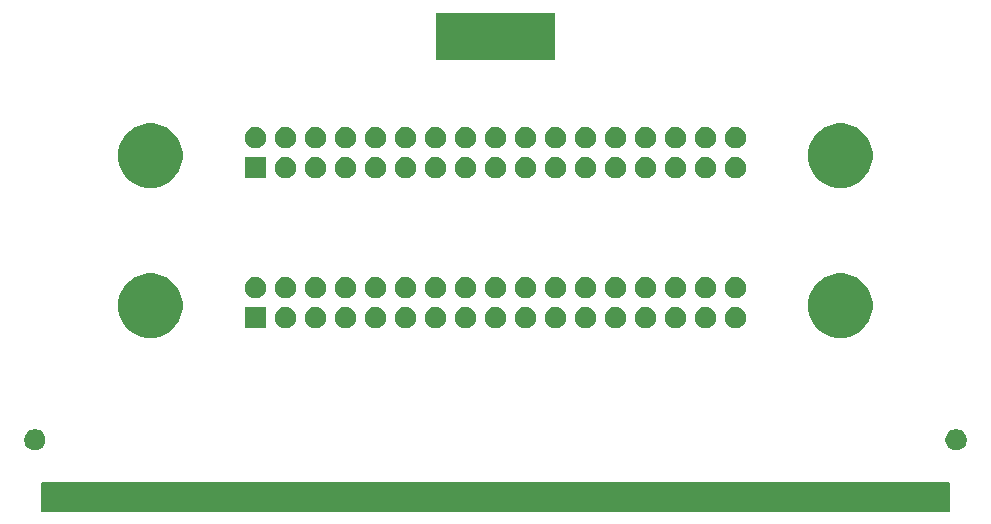
<source format=gbr>
G04 #@! TF.GenerationSoftware,KiCad,Pcbnew,5.1.5+dfsg1-2build2*
G04 #@! TF.CreationDate,2021-02-25T12:04:28+01:00*
G04 #@! TF.ProjectId,DIMMCartridgeConect,44494d4d-4361-4727-9472-69646765436f,rev?*
G04 #@! TF.SameCoordinates,Original*
G04 #@! TF.FileFunction,Soldermask,Top*
G04 #@! TF.FilePolarity,Negative*
%FSLAX46Y46*%
G04 Gerber Fmt 4.6, Leading zero omitted, Abs format (unit mm)*
G04 Created by KiCad (PCBNEW 5.1.5+dfsg1-2build2) date 2021-02-25 12:04:28*
%MOMM*%
%LPD*%
G04 APERTURE LIST*
%ADD10C,0.150000*%
%ADD11C,0.100000*%
G04 APERTURE END LIST*
D10*
G36*
X61600000Y-130740000D02*
G01*
X61600000Y-133040000D01*
X138400000Y-133040000D01*
X138400000Y-130740000D01*
X61600000Y-130740000D01*
G37*
X61600000Y-130740000D02*
X61600000Y-133040000D01*
X138400000Y-133040000D01*
X138400000Y-130740000D01*
X61600000Y-130740000D01*
D11*
G36*
X138000000Y-132540000D02*
G01*
X104000000Y-132540000D01*
X104000000Y-130740000D01*
X138000000Y-130740000D01*
X138000000Y-132540000D01*
G37*
G36*
X100800000Y-132540000D02*
G01*
X62000000Y-132540000D01*
X62000000Y-130740000D01*
X100800000Y-130740000D01*
X100800000Y-132540000D01*
G37*
G36*
X61262520Y-126174586D02*
G01*
X61426310Y-126242430D01*
X61573717Y-126340924D01*
X61699076Y-126466283D01*
X61797570Y-126613690D01*
X61865414Y-126777480D01*
X61900000Y-126951358D01*
X61900000Y-127128642D01*
X61865414Y-127302520D01*
X61797570Y-127466310D01*
X61699076Y-127613717D01*
X61573717Y-127739076D01*
X61426310Y-127837570D01*
X61426309Y-127837571D01*
X61426308Y-127837571D01*
X61262520Y-127905414D01*
X61088644Y-127940000D01*
X60911356Y-127940000D01*
X60737480Y-127905414D01*
X60573692Y-127837571D01*
X60573691Y-127837571D01*
X60573690Y-127837570D01*
X60426283Y-127739076D01*
X60300924Y-127613717D01*
X60202430Y-127466310D01*
X60134586Y-127302520D01*
X60100000Y-127128642D01*
X60100000Y-126951358D01*
X60134586Y-126777480D01*
X60202430Y-126613690D01*
X60300924Y-126466283D01*
X60426283Y-126340924D01*
X60573690Y-126242430D01*
X60737480Y-126174586D01*
X60911356Y-126140000D01*
X61088644Y-126140000D01*
X61262520Y-126174586D01*
G37*
G36*
X139262520Y-126174586D02*
G01*
X139426310Y-126242430D01*
X139573717Y-126340924D01*
X139699076Y-126466283D01*
X139797570Y-126613690D01*
X139865414Y-126777480D01*
X139900000Y-126951358D01*
X139900000Y-127128642D01*
X139865414Y-127302520D01*
X139797570Y-127466310D01*
X139699076Y-127613717D01*
X139573717Y-127739076D01*
X139426310Y-127837570D01*
X139426309Y-127837571D01*
X139426308Y-127837571D01*
X139262520Y-127905414D01*
X139088644Y-127940000D01*
X138911356Y-127940000D01*
X138737480Y-127905414D01*
X138573692Y-127837571D01*
X138573691Y-127837571D01*
X138573690Y-127837570D01*
X138426283Y-127739076D01*
X138300924Y-127613717D01*
X138202430Y-127466310D01*
X138134586Y-127302520D01*
X138100000Y-127128642D01*
X138100000Y-126951358D01*
X138134586Y-126777480D01*
X138202430Y-126613690D01*
X138300924Y-126466283D01*
X138426283Y-126340924D01*
X138573690Y-126242430D01*
X138737480Y-126174586D01*
X138911356Y-126140000D01*
X139088644Y-126140000D01*
X139262520Y-126174586D01*
G37*
G36*
X71586310Y-113054912D02*
G01*
X71586313Y-113054913D01*
X71586312Y-113054913D01*
X72083140Y-113260706D01*
X72530273Y-113559471D01*
X72910529Y-113939727D01*
X73116940Y-114248642D01*
X73209295Y-114386862D01*
X73415088Y-114883690D01*
X73520000Y-115411117D01*
X73520000Y-115948883D01*
X73415088Y-116476310D01*
X73415087Y-116476312D01*
X73209294Y-116973140D01*
X72910529Y-117420273D01*
X72530273Y-117800529D01*
X72083140Y-118099294D01*
X72083139Y-118099295D01*
X72083138Y-118099295D01*
X71586310Y-118305088D01*
X71058883Y-118410000D01*
X70521117Y-118410000D01*
X69993690Y-118305088D01*
X69496862Y-118099295D01*
X69496861Y-118099295D01*
X69496860Y-118099294D01*
X69049727Y-117800529D01*
X68669471Y-117420273D01*
X68370706Y-116973140D01*
X68164913Y-116476312D01*
X68164912Y-116476310D01*
X68060000Y-115948883D01*
X68060000Y-115411117D01*
X68164912Y-114883690D01*
X68370705Y-114386862D01*
X68463061Y-114248642D01*
X68669471Y-113939727D01*
X69049727Y-113559471D01*
X69496860Y-113260706D01*
X69993688Y-113054913D01*
X69993687Y-113054913D01*
X69993690Y-113054912D01*
X70521117Y-112950000D01*
X71058883Y-112950000D01*
X71586310Y-113054912D01*
G37*
G36*
X130006310Y-113054912D02*
G01*
X130006313Y-113054913D01*
X130006312Y-113054913D01*
X130503140Y-113260706D01*
X130950273Y-113559471D01*
X131330529Y-113939727D01*
X131536940Y-114248642D01*
X131629295Y-114386862D01*
X131835088Y-114883690D01*
X131940000Y-115411117D01*
X131940000Y-115948883D01*
X131835088Y-116476310D01*
X131835087Y-116476312D01*
X131629294Y-116973140D01*
X131330529Y-117420273D01*
X130950273Y-117800529D01*
X130503140Y-118099294D01*
X130503139Y-118099295D01*
X130503138Y-118099295D01*
X130006310Y-118305088D01*
X129478883Y-118410000D01*
X128941117Y-118410000D01*
X128413690Y-118305088D01*
X127916862Y-118099295D01*
X127916861Y-118099295D01*
X127916860Y-118099294D01*
X127469727Y-117800529D01*
X127089471Y-117420273D01*
X126790706Y-116973140D01*
X126584913Y-116476312D01*
X126584912Y-116476310D01*
X126480000Y-115948883D01*
X126480000Y-115411117D01*
X126584912Y-114883690D01*
X126790705Y-114386862D01*
X126883061Y-114248642D01*
X127089471Y-113939727D01*
X127469727Y-113559471D01*
X127916860Y-113260706D01*
X128413688Y-113054913D01*
X128413687Y-113054913D01*
X128413690Y-113054912D01*
X128941117Y-112950000D01*
X129478883Y-112950000D01*
X130006310Y-113054912D01*
G37*
G36*
X120582520Y-115834586D02*
G01*
X120746310Y-115902430D01*
X120893717Y-116000924D01*
X121019076Y-116126283D01*
X121117570Y-116273690D01*
X121185414Y-116437480D01*
X121220000Y-116611358D01*
X121220000Y-116788642D01*
X121185414Y-116962520D01*
X121117570Y-117126310D01*
X121019076Y-117273717D01*
X120893717Y-117399076D01*
X120746310Y-117497570D01*
X120746309Y-117497571D01*
X120746308Y-117497571D01*
X120582520Y-117565414D01*
X120408644Y-117600000D01*
X120231356Y-117600000D01*
X120057480Y-117565414D01*
X119893692Y-117497571D01*
X119893691Y-117497571D01*
X119893690Y-117497570D01*
X119746283Y-117399076D01*
X119620924Y-117273717D01*
X119522430Y-117126310D01*
X119454586Y-116962520D01*
X119420000Y-116788642D01*
X119420000Y-116611358D01*
X119454586Y-116437480D01*
X119522430Y-116273690D01*
X119620924Y-116126283D01*
X119746283Y-116000924D01*
X119893690Y-115902430D01*
X120057480Y-115834586D01*
X120231356Y-115800000D01*
X120408644Y-115800000D01*
X120582520Y-115834586D01*
G37*
G36*
X80580000Y-117600000D02*
G01*
X78780000Y-117600000D01*
X78780000Y-115800000D01*
X80580000Y-115800000D01*
X80580000Y-117600000D01*
G37*
G36*
X82482520Y-115834586D02*
G01*
X82646310Y-115902430D01*
X82793717Y-116000924D01*
X82919076Y-116126283D01*
X83017570Y-116273690D01*
X83085414Y-116437480D01*
X83120000Y-116611358D01*
X83120000Y-116788642D01*
X83085414Y-116962520D01*
X83017570Y-117126310D01*
X82919076Y-117273717D01*
X82793717Y-117399076D01*
X82646310Y-117497570D01*
X82646309Y-117497571D01*
X82646308Y-117497571D01*
X82482520Y-117565414D01*
X82308644Y-117600000D01*
X82131356Y-117600000D01*
X81957480Y-117565414D01*
X81793692Y-117497571D01*
X81793691Y-117497571D01*
X81793690Y-117497570D01*
X81646283Y-117399076D01*
X81520924Y-117273717D01*
X81422430Y-117126310D01*
X81354586Y-116962520D01*
X81320000Y-116788642D01*
X81320000Y-116611358D01*
X81354586Y-116437480D01*
X81422430Y-116273690D01*
X81520924Y-116126283D01*
X81646283Y-116000924D01*
X81793690Y-115902430D01*
X81957480Y-115834586D01*
X82131356Y-115800000D01*
X82308644Y-115800000D01*
X82482520Y-115834586D01*
G37*
G36*
X85022520Y-115834586D02*
G01*
X85186310Y-115902430D01*
X85333717Y-116000924D01*
X85459076Y-116126283D01*
X85557570Y-116273690D01*
X85625414Y-116437480D01*
X85660000Y-116611358D01*
X85660000Y-116788642D01*
X85625414Y-116962520D01*
X85557570Y-117126310D01*
X85459076Y-117273717D01*
X85333717Y-117399076D01*
X85186310Y-117497570D01*
X85186309Y-117497571D01*
X85186308Y-117497571D01*
X85022520Y-117565414D01*
X84848644Y-117600000D01*
X84671356Y-117600000D01*
X84497480Y-117565414D01*
X84333692Y-117497571D01*
X84333691Y-117497571D01*
X84333690Y-117497570D01*
X84186283Y-117399076D01*
X84060924Y-117273717D01*
X83962430Y-117126310D01*
X83894586Y-116962520D01*
X83860000Y-116788642D01*
X83860000Y-116611358D01*
X83894586Y-116437480D01*
X83962430Y-116273690D01*
X84060924Y-116126283D01*
X84186283Y-116000924D01*
X84333690Y-115902430D01*
X84497480Y-115834586D01*
X84671356Y-115800000D01*
X84848644Y-115800000D01*
X85022520Y-115834586D01*
G37*
G36*
X87562520Y-115834586D02*
G01*
X87726310Y-115902430D01*
X87873717Y-116000924D01*
X87999076Y-116126283D01*
X88097570Y-116273690D01*
X88165414Y-116437480D01*
X88200000Y-116611358D01*
X88200000Y-116788642D01*
X88165414Y-116962520D01*
X88097570Y-117126310D01*
X87999076Y-117273717D01*
X87873717Y-117399076D01*
X87726310Y-117497570D01*
X87726309Y-117497571D01*
X87726308Y-117497571D01*
X87562520Y-117565414D01*
X87388644Y-117600000D01*
X87211356Y-117600000D01*
X87037480Y-117565414D01*
X86873692Y-117497571D01*
X86873691Y-117497571D01*
X86873690Y-117497570D01*
X86726283Y-117399076D01*
X86600924Y-117273717D01*
X86502430Y-117126310D01*
X86434586Y-116962520D01*
X86400000Y-116788642D01*
X86400000Y-116611358D01*
X86434586Y-116437480D01*
X86502430Y-116273690D01*
X86600924Y-116126283D01*
X86726283Y-116000924D01*
X86873690Y-115902430D01*
X87037480Y-115834586D01*
X87211356Y-115800000D01*
X87388644Y-115800000D01*
X87562520Y-115834586D01*
G37*
G36*
X90102520Y-115834586D02*
G01*
X90266310Y-115902430D01*
X90413717Y-116000924D01*
X90539076Y-116126283D01*
X90637570Y-116273690D01*
X90705414Y-116437480D01*
X90740000Y-116611358D01*
X90740000Y-116788642D01*
X90705414Y-116962520D01*
X90637570Y-117126310D01*
X90539076Y-117273717D01*
X90413717Y-117399076D01*
X90266310Y-117497570D01*
X90266309Y-117497571D01*
X90266308Y-117497571D01*
X90102520Y-117565414D01*
X89928644Y-117600000D01*
X89751356Y-117600000D01*
X89577480Y-117565414D01*
X89413692Y-117497571D01*
X89413691Y-117497571D01*
X89413690Y-117497570D01*
X89266283Y-117399076D01*
X89140924Y-117273717D01*
X89042430Y-117126310D01*
X88974586Y-116962520D01*
X88940000Y-116788642D01*
X88940000Y-116611358D01*
X88974586Y-116437480D01*
X89042430Y-116273690D01*
X89140924Y-116126283D01*
X89266283Y-116000924D01*
X89413690Y-115902430D01*
X89577480Y-115834586D01*
X89751356Y-115800000D01*
X89928644Y-115800000D01*
X90102520Y-115834586D01*
G37*
G36*
X92642520Y-115834586D02*
G01*
X92806310Y-115902430D01*
X92953717Y-116000924D01*
X93079076Y-116126283D01*
X93177570Y-116273690D01*
X93245414Y-116437480D01*
X93280000Y-116611358D01*
X93280000Y-116788642D01*
X93245414Y-116962520D01*
X93177570Y-117126310D01*
X93079076Y-117273717D01*
X92953717Y-117399076D01*
X92806310Y-117497570D01*
X92806309Y-117497571D01*
X92806308Y-117497571D01*
X92642520Y-117565414D01*
X92468644Y-117600000D01*
X92291356Y-117600000D01*
X92117480Y-117565414D01*
X91953692Y-117497571D01*
X91953691Y-117497571D01*
X91953690Y-117497570D01*
X91806283Y-117399076D01*
X91680924Y-117273717D01*
X91582430Y-117126310D01*
X91514586Y-116962520D01*
X91480000Y-116788642D01*
X91480000Y-116611358D01*
X91514586Y-116437480D01*
X91582430Y-116273690D01*
X91680924Y-116126283D01*
X91806283Y-116000924D01*
X91953690Y-115902430D01*
X92117480Y-115834586D01*
X92291356Y-115800000D01*
X92468644Y-115800000D01*
X92642520Y-115834586D01*
G37*
G36*
X95182520Y-115834586D02*
G01*
X95346310Y-115902430D01*
X95493717Y-116000924D01*
X95619076Y-116126283D01*
X95717570Y-116273690D01*
X95785414Y-116437480D01*
X95820000Y-116611358D01*
X95820000Y-116788642D01*
X95785414Y-116962520D01*
X95717570Y-117126310D01*
X95619076Y-117273717D01*
X95493717Y-117399076D01*
X95346310Y-117497570D01*
X95346309Y-117497571D01*
X95346308Y-117497571D01*
X95182520Y-117565414D01*
X95008644Y-117600000D01*
X94831356Y-117600000D01*
X94657480Y-117565414D01*
X94493692Y-117497571D01*
X94493691Y-117497571D01*
X94493690Y-117497570D01*
X94346283Y-117399076D01*
X94220924Y-117273717D01*
X94122430Y-117126310D01*
X94054586Y-116962520D01*
X94020000Y-116788642D01*
X94020000Y-116611358D01*
X94054586Y-116437480D01*
X94122430Y-116273690D01*
X94220924Y-116126283D01*
X94346283Y-116000924D01*
X94493690Y-115902430D01*
X94657480Y-115834586D01*
X94831356Y-115800000D01*
X95008644Y-115800000D01*
X95182520Y-115834586D01*
G37*
G36*
X100262520Y-115834586D02*
G01*
X100426310Y-115902430D01*
X100573717Y-116000924D01*
X100699076Y-116126283D01*
X100797570Y-116273690D01*
X100865414Y-116437480D01*
X100900000Y-116611358D01*
X100900000Y-116788642D01*
X100865414Y-116962520D01*
X100797570Y-117126310D01*
X100699076Y-117273717D01*
X100573717Y-117399076D01*
X100426310Y-117497570D01*
X100426309Y-117497571D01*
X100426308Y-117497571D01*
X100262520Y-117565414D01*
X100088644Y-117600000D01*
X99911356Y-117600000D01*
X99737480Y-117565414D01*
X99573692Y-117497571D01*
X99573691Y-117497571D01*
X99573690Y-117497570D01*
X99426283Y-117399076D01*
X99300924Y-117273717D01*
X99202430Y-117126310D01*
X99134586Y-116962520D01*
X99100000Y-116788642D01*
X99100000Y-116611358D01*
X99134586Y-116437480D01*
X99202430Y-116273690D01*
X99300924Y-116126283D01*
X99426283Y-116000924D01*
X99573690Y-115902430D01*
X99737480Y-115834586D01*
X99911356Y-115800000D01*
X100088644Y-115800000D01*
X100262520Y-115834586D01*
G37*
G36*
X102802520Y-115834586D02*
G01*
X102966310Y-115902430D01*
X103113717Y-116000924D01*
X103239076Y-116126283D01*
X103337570Y-116273690D01*
X103405414Y-116437480D01*
X103440000Y-116611358D01*
X103440000Y-116788642D01*
X103405414Y-116962520D01*
X103337570Y-117126310D01*
X103239076Y-117273717D01*
X103113717Y-117399076D01*
X102966310Y-117497570D01*
X102966309Y-117497571D01*
X102966308Y-117497571D01*
X102802520Y-117565414D01*
X102628644Y-117600000D01*
X102451356Y-117600000D01*
X102277480Y-117565414D01*
X102113692Y-117497571D01*
X102113691Y-117497571D01*
X102113690Y-117497570D01*
X101966283Y-117399076D01*
X101840924Y-117273717D01*
X101742430Y-117126310D01*
X101674586Y-116962520D01*
X101640000Y-116788642D01*
X101640000Y-116611358D01*
X101674586Y-116437480D01*
X101742430Y-116273690D01*
X101840924Y-116126283D01*
X101966283Y-116000924D01*
X102113690Y-115902430D01*
X102277480Y-115834586D01*
X102451356Y-115800000D01*
X102628644Y-115800000D01*
X102802520Y-115834586D01*
G37*
G36*
X105342520Y-115834586D02*
G01*
X105506310Y-115902430D01*
X105653717Y-116000924D01*
X105779076Y-116126283D01*
X105877570Y-116273690D01*
X105945414Y-116437480D01*
X105980000Y-116611358D01*
X105980000Y-116788642D01*
X105945414Y-116962520D01*
X105877570Y-117126310D01*
X105779076Y-117273717D01*
X105653717Y-117399076D01*
X105506310Y-117497570D01*
X105506309Y-117497571D01*
X105506308Y-117497571D01*
X105342520Y-117565414D01*
X105168644Y-117600000D01*
X104991356Y-117600000D01*
X104817480Y-117565414D01*
X104653692Y-117497571D01*
X104653691Y-117497571D01*
X104653690Y-117497570D01*
X104506283Y-117399076D01*
X104380924Y-117273717D01*
X104282430Y-117126310D01*
X104214586Y-116962520D01*
X104180000Y-116788642D01*
X104180000Y-116611358D01*
X104214586Y-116437480D01*
X104282430Y-116273690D01*
X104380924Y-116126283D01*
X104506283Y-116000924D01*
X104653690Y-115902430D01*
X104817480Y-115834586D01*
X104991356Y-115800000D01*
X105168644Y-115800000D01*
X105342520Y-115834586D01*
G37*
G36*
X107882520Y-115834586D02*
G01*
X108046310Y-115902430D01*
X108193717Y-116000924D01*
X108319076Y-116126283D01*
X108417570Y-116273690D01*
X108485414Y-116437480D01*
X108520000Y-116611358D01*
X108520000Y-116788642D01*
X108485414Y-116962520D01*
X108417570Y-117126310D01*
X108319076Y-117273717D01*
X108193717Y-117399076D01*
X108046310Y-117497570D01*
X108046309Y-117497571D01*
X108046308Y-117497571D01*
X107882520Y-117565414D01*
X107708644Y-117600000D01*
X107531356Y-117600000D01*
X107357480Y-117565414D01*
X107193692Y-117497571D01*
X107193691Y-117497571D01*
X107193690Y-117497570D01*
X107046283Y-117399076D01*
X106920924Y-117273717D01*
X106822430Y-117126310D01*
X106754586Y-116962520D01*
X106720000Y-116788642D01*
X106720000Y-116611358D01*
X106754586Y-116437480D01*
X106822430Y-116273690D01*
X106920924Y-116126283D01*
X107046283Y-116000924D01*
X107193690Y-115902430D01*
X107357480Y-115834586D01*
X107531356Y-115800000D01*
X107708644Y-115800000D01*
X107882520Y-115834586D01*
G37*
G36*
X110422520Y-115834586D02*
G01*
X110586310Y-115902430D01*
X110733717Y-116000924D01*
X110859076Y-116126283D01*
X110957570Y-116273690D01*
X111025414Y-116437480D01*
X111060000Y-116611358D01*
X111060000Y-116788642D01*
X111025414Y-116962520D01*
X110957570Y-117126310D01*
X110859076Y-117273717D01*
X110733717Y-117399076D01*
X110586310Y-117497570D01*
X110586309Y-117497571D01*
X110586308Y-117497571D01*
X110422520Y-117565414D01*
X110248644Y-117600000D01*
X110071356Y-117600000D01*
X109897480Y-117565414D01*
X109733692Y-117497571D01*
X109733691Y-117497571D01*
X109733690Y-117497570D01*
X109586283Y-117399076D01*
X109460924Y-117273717D01*
X109362430Y-117126310D01*
X109294586Y-116962520D01*
X109260000Y-116788642D01*
X109260000Y-116611358D01*
X109294586Y-116437480D01*
X109362430Y-116273690D01*
X109460924Y-116126283D01*
X109586283Y-116000924D01*
X109733690Y-115902430D01*
X109897480Y-115834586D01*
X110071356Y-115800000D01*
X110248644Y-115800000D01*
X110422520Y-115834586D01*
G37*
G36*
X112962520Y-115834586D02*
G01*
X113126310Y-115902430D01*
X113273717Y-116000924D01*
X113399076Y-116126283D01*
X113497570Y-116273690D01*
X113565414Y-116437480D01*
X113600000Y-116611358D01*
X113600000Y-116788642D01*
X113565414Y-116962520D01*
X113497570Y-117126310D01*
X113399076Y-117273717D01*
X113273717Y-117399076D01*
X113126310Y-117497570D01*
X113126309Y-117497571D01*
X113126308Y-117497571D01*
X112962520Y-117565414D01*
X112788644Y-117600000D01*
X112611356Y-117600000D01*
X112437480Y-117565414D01*
X112273692Y-117497571D01*
X112273691Y-117497571D01*
X112273690Y-117497570D01*
X112126283Y-117399076D01*
X112000924Y-117273717D01*
X111902430Y-117126310D01*
X111834586Y-116962520D01*
X111800000Y-116788642D01*
X111800000Y-116611358D01*
X111834586Y-116437480D01*
X111902430Y-116273690D01*
X112000924Y-116126283D01*
X112126283Y-116000924D01*
X112273690Y-115902430D01*
X112437480Y-115834586D01*
X112611356Y-115800000D01*
X112788644Y-115800000D01*
X112962520Y-115834586D01*
G37*
G36*
X115502520Y-115834586D02*
G01*
X115666310Y-115902430D01*
X115813717Y-116000924D01*
X115939076Y-116126283D01*
X116037570Y-116273690D01*
X116105414Y-116437480D01*
X116140000Y-116611358D01*
X116140000Y-116788642D01*
X116105414Y-116962520D01*
X116037570Y-117126310D01*
X115939076Y-117273717D01*
X115813717Y-117399076D01*
X115666310Y-117497570D01*
X115666309Y-117497571D01*
X115666308Y-117497571D01*
X115502520Y-117565414D01*
X115328644Y-117600000D01*
X115151356Y-117600000D01*
X114977480Y-117565414D01*
X114813692Y-117497571D01*
X114813691Y-117497571D01*
X114813690Y-117497570D01*
X114666283Y-117399076D01*
X114540924Y-117273717D01*
X114442430Y-117126310D01*
X114374586Y-116962520D01*
X114340000Y-116788642D01*
X114340000Y-116611358D01*
X114374586Y-116437480D01*
X114442430Y-116273690D01*
X114540924Y-116126283D01*
X114666283Y-116000924D01*
X114813690Y-115902430D01*
X114977480Y-115834586D01*
X115151356Y-115800000D01*
X115328644Y-115800000D01*
X115502520Y-115834586D01*
G37*
G36*
X118042520Y-115834586D02*
G01*
X118206310Y-115902430D01*
X118353717Y-116000924D01*
X118479076Y-116126283D01*
X118577570Y-116273690D01*
X118645414Y-116437480D01*
X118680000Y-116611358D01*
X118680000Y-116788642D01*
X118645414Y-116962520D01*
X118577570Y-117126310D01*
X118479076Y-117273717D01*
X118353717Y-117399076D01*
X118206310Y-117497570D01*
X118206309Y-117497571D01*
X118206308Y-117497571D01*
X118042520Y-117565414D01*
X117868644Y-117600000D01*
X117691356Y-117600000D01*
X117517480Y-117565414D01*
X117353692Y-117497571D01*
X117353691Y-117497571D01*
X117353690Y-117497570D01*
X117206283Y-117399076D01*
X117080924Y-117273717D01*
X116982430Y-117126310D01*
X116914586Y-116962520D01*
X116880000Y-116788642D01*
X116880000Y-116611358D01*
X116914586Y-116437480D01*
X116982430Y-116273690D01*
X117080924Y-116126283D01*
X117206283Y-116000924D01*
X117353690Y-115902430D01*
X117517480Y-115834586D01*
X117691356Y-115800000D01*
X117868644Y-115800000D01*
X118042520Y-115834586D01*
G37*
G36*
X97722520Y-115834586D02*
G01*
X97886310Y-115902430D01*
X98033717Y-116000924D01*
X98159076Y-116126283D01*
X98257570Y-116273690D01*
X98325414Y-116437480D01*
X98360000Y-116611358D01*
X98360000Y-116788642D01*
X98325414Y-116962520D01*
X98257570Y-117126310D01*
X98159076Y-117273717D01*
X98033717Y-117399076D01*
X97886310Y-117497570D01*
X97886309Y-117497571D01*
X97886308Y-117497571D01*
X97722520Y-117565414D01*
X97548644Y-117600000D01*
X97371356Y-117600000D01*
X97197480Y-117565414D01*
X97033692Y-117497571D01*
X97033691Y-117497571D01*
X97033690Y-117497570D01*
X96886283Y-117399076D01*
X96760924Y-117273717D01*
X96662430Y-117126310D01*
X96594586Y-116962520D01*
X96560000Y-116788642D01*
X96560000Y-116611358D01*
X96594586Y-116437480D01*
X96662430Y-116273690D01*
X96760924Y-116126283D01*
X96886283Y-116000924D01*
X97033690Y-115902430D01*
X97197480Y-115834586D01*
X97371356Y-115800000D01*
X97548644Y-115800000D01*
X97722520Y-115834586D01*
G37*
G36*
X100262520Y-113294586D02*
G01*
X100426310Y-113362430D01*
X100573717Y-113460924D01*
X100699076Y-113586283D01*
X100797570Y-113733690D01*
X100865414Y-113897480D01*
X100900000Y-114071358D01*
X100900000Y-114248642D01*
X100865414Y-114422520D01*
X100797570Y-114586310D01*
X100699076Y-114733717D01*
X100573717Y-114859076D01*
X100426310Y-114957570D01*
X100426309Y-114957571D01*
X100426308Y-114957571D01*
X100262520Y-115025414D01*
X100088644Y-115060000D01*
X99911356Y-115060000D01*
X99737480Y-115025414D01*
X99573692Y-114957571D01*
X99573691Y-114957571D01*
X99573690Y-114957570D01*
X99426283Y-114859076D01*
X99300924Y-114733717D01*
X99202430Y-114586310D01*
X99134586Y-114422520D01*
X99100000Y-114248642D01*
X99100000Y-114071358D01*
X99134586Y-113897480D01*
X99202430Y-113733690D01*
X99300924Y-113586283D01*
X99426283Y-113460924D01*
X99573690Y-113362430D01*
X99737480Y-113294586D01*
X99911356Y-113260000D01*
X100088644Y-113260000D01*
X100262520Y-113294586D01*
G37*
G36*
X105342520Y-113294586D02*
G01*
X105506310Y-113362430D01*
X105653717Y-113460924D01*
X105779076Y-113586283D01*
X105877570Y-113733690D01*
X105945414Y-113897480D01*
X105980000Y-114071358D01*
X105980000Y-114248642D01*
X105945414Y-114422520D01*
X105877570Y-114586310D01*
X105779076Y-114733717D01*
X105653717Y-114859076D01*
X105506310Y-114957570D01*
X105506309Y-114957571D01*
X105506308Y-114957571D01*
X105342520Y-115025414D01*
X105168644Y-115060000D01*
X104991356Y-115060000D01*
X104817480Y-115025414D01*
X104653692Y-114957571D01*
X104653691Y-114957571D01*
X104653690Y-114957570D01*
X104506283Y-114859076D01*
X104380924Y-114733717D01*
X104282430Y-114586310D01*
X104214586Y-114422520D01*
X104180000Y-114248642D01*
X104180000Y-114071358D01*
X104214586Y-113897480D01*
X104282430Y-113733690D01*
X104380924Y-113586283D01*
X104506283Y-113460924D01*
X104653690Y-113362430D01*
X104817480Y-113294586D01*
X104991356Y-113260000D01*
X105168644Y-113260000D01*
X105342520Y-113294586D01*
G37*
G36*
X107882520Y-113294586D02*
G01*
X108046310Y-113362430D01*
X108193717Y-113460924D01*
X108319076Y-113586283D01*
X108417570Y-113733690D01*
X108485414Y-113897480D01*
X108520000Y-114071358D01*
X108520000Y-114248642D01*
X108485414Y-114422520D01*
X108417570Y-114586310D01*
X108319076Y-114733717D01*
X108193717Y-114859076D01*
X108046310Y-114957570D01*
X108046309Y-114957571D01*
X108046308Y-114957571D01*
X107882520Y-115025414D01*
X107708644Y-115060000D01*
X107531356Y-115060000D01*
X107357480Y-115025414D01*
X107193692Y-114957571D01*
X107193691Y-114957571D01*
X107193690Y-114957570D01*
X107046283Y-114859076D01*
X106920924Y-114733717D01*
X106822430Y-114586310D01*
X106754586Y-114422520D01*
X106720000Y-114248642D01*
X106720000Y-114071358D01*
X106754586Y-113897480D01*
X106822430Y-113733690D01*
X106920924Y-113586283D01*
X107046283Y-113460924D01*
X107193690Y-113362430D01*
X107357480Y-113294586D01*
X107531356Y-113260000D01*
X107708644Y-113260000D01*
X107882520Y-113294586D01*
G37*
G36*
X110422520Y-113294586D02*
G01*
X110586310Y-113362430D01*
X110733717Y-113460924D01*
X110859076Y-113586283D01*
X110957570Y-113733690D01*
X111025414Y-113897480D01*
X111060000Y-114071358D01*
X111060000Y-114248642D01*
X111025414Y-114422520D01*
X110957570Y-114586310D01*
X110859076Y-114733717D01*
X110733717Y-114859076D01*
X110586310Y-114957570D01*
X110586309Y-114957571D01*
X110586308Y-114957571D01*
X110422520Y-115025414D01*
X110248644Y-115060000D01*
X110071356Y-115060000D01*
X109897480Y-115025414D01*
X109733692Y-114957571D01*
X109733691Y-114957571D01*
X109733690Y-114957570D01*
X109586283Y-114859076D01*
X109460924Y-114733717D01*
X109362430Y-114586310D01*
X109294586Y-114422520D01*
X109260000Y-114248642D01*
X109260000Y-114071358D01*
X109294586Y-113897480D01*
X109362430Y-113733690D01*
X109460924Y-113586283D01*
X109586283Y-113460924D01*
X109733690Y-113362430D01*
X109897480Y-113294586D01*
X110071356Y-113260000D01*
X110248644Y-113260000D01*
X110422520Y-113294586D01*
G37*
G36*
X112962520Y-113294586D02*
G01*
X113126310Y-113362430D01*
X113273717Y-113460924D01*
X113399076Y-113586283D01*
X113497570Y-113733690D01*
X113565414Y-113897480D01*
X113600000Y-114071358D01*
X113600000Y-114248642D01*
X113565414Y-114422520D01*
X113497570Y-114586310D01*
X113399076Y-114733717D01*
X113273717Y-114859076D01*
X113126310Y-114957570D01*
X113126309Y-114957571D01*
X113126308Y-114957571D01*
X112962520Y-115025414D01*
X112788644Y-115060000D01*
X112611356Y-115060000D01*
X112437480Y-115025414D01*
X112273692Y-114957571D01*
X112273691Y-114957571D01*
X112273690Y-114957570D01*
X112126283Y-114859076D01*
X112000924Y-114733717D01*
X111902430Y-114586310D01*
X111834586Y-114422520D01*
X111800000Y-114248642D01*
X111800000Y-114071358D01*
X111834586Y-113897480D01*
X111902430Y-113733690D01*
X112000924Y-113586283D01*
X112126283Y-113460924D01*
X112273690Y-113362430D01*
X112437480Y-113294586D01*
X112611356Y-113260000D01*
X112788644Y-113260000D01*
X112962520Y-113294586D01*
G37*
G36*
X115502520Y-113294586D02*
G01*
X115666310Y-113362430D01*
X115813717Y-113460924D01*
X115939076Y-113586283D01*
X116037570Y-113733690D01*
X116105414Y-113897480D01*
X116140000Y-114071358D01*
X116140000Y-114248642D01*
X116105414Y-114422520D01*
X116037570Y-114586310D01*
X115939076Y-114733717D01*
X115813717Y-114859076D01*
X115666310Y-114957570D01*
X115666309Y-114957571D01*
X115666308Y-114957571D01*
X115502520Y-115025414D01*
X115328644Y-115060000D01*
X115151356Y-115060000D01*
X114977480Y-115025414D01*
X114813692Y-114957571D01*
X114813691Y-114957571D01*
X114813690Y-114957570D01*
X114666283Y-114859076D01*
X114540924Y-114733717D01*
X114442430Y-114586310D01*
X114374586Y-114422520D01*
X114340000Y-114248642D01*
X114340000Y-114071358D01*
X114374586Y-113897480D01*
X114442430Y-113733690D01*
X114540924Y-113586283D01*
X114666283Y-113460924D01*
X114813690Y-113362430D01*
X114977480Y-113294586D01*
X115151356Y-113260000D01*
X115328644Y-113260000D01*
X115502520Y-113294586D01*
G37*
G36*
X120582520Y-113294586D02*
G01*
X120746310Y-113362430D01*
X120893717Y-113460924D01*
X121019076Y-113586283D01*
X121117570Y-113733690D01*
X121185414Y-113897480D01*
X121220000Y-114071358D01*
X121220000Y-114248642D01*
X121185414Y-114422520D01*
X121117570Y-114586310D01*
X121019076Y-114733717D01*
X120893717Y-114859076D01*
X120746310Y-114957570D01*
X120746309Y-114957571D01*
X120746308Y-114957571D01*
X120582520Y-115025414D01*
X120408644Y-115060000D01*
X120231356Y-115060000D01*
X120057480Y-115025414D01*
X119893692Y-114957571D01*
X119893691Y-114957571D01*
X119893690Y-114957570D01*
X119746283Y-114859076D01*
X119620924Y-114733717D01*
X119522430Y-114586310D01*
X119454586Y-114422520D01*
X119420000Y-114248642D01*
X119420000Y-114071358D01*
X119454586Y-113897480D01*
X119522430Y-113733690D01*
X119620924Y-113586283D01*
X119746283Y-113460924D01*
X119893690Y-113362430D01*
X120057480Y-113294586D01*
X120231356Y-113260000D01*
X120408644Y-113260000D01*
X120582520Y-113294586D01*
G37*
G36*
X118042520Y-113294586D02*
G01*
X118206310Y-113362430D01*
X118353717Y-113460924D01*
X118479076Y-113586283D01*
X118577570Y-113733690D01*
X118645414Y-113897480D01*
X118680000Y-114071358D01*
X118680000Y-114248642D01*
X118645414Y-114422520D01*
X118577570Y-114586310D01*
X118479076Y-114733717D01*
X118353717Y-114859076D01*
X118206310Y-114957570D01*
X118206309Y-114957571D01*
X118206308Y-114957571D01*
X118042520Y-115025414D01*
X117868644Y-115060000D01*
X117691356Y-115060000D01*
X117517480Y-115025414D01*
X117353692Y-114957571D01*
X117353691Y-114957571D01*
X117353690Y-114957570D01*
X117206283Y-114859076D01*
X117080924Y-114733717D01*
X116982430Y-114586310D01*
X116914586Y-114422520D01*
X116880000Y-114248642D01*
X116880000Y-114071358D01*
X116914586Y-113897480D01*
X116982430Y-113733690D01*
X117080924Y-113586283D01*
X117206283Y-113460924D01*
X117353690Y-113362430D01*
X117517480Y-113294586D01*
X117691356Y-113260000D01*
X117868644Y-113260000D01*
X118042520Y-113294586D01*
G37*
G36*
X95182520Y-113294586D02*
G01*
X95346310Y-113362430D01*
X95493717Y-113460924D01*
X95619076Y-113586283D01*
X95717570Y-113733690D01*
X95785414Y-113897480D01*
X95820000Y-114071358D01*
X95820000Y-114248642D01*
X95785414Y-114422520D01*
X95717570Y-114586310D01*
X95619076Y-114733717D01*
X95493717Y-114859076D01*
X95346310Y-114957570D01*
X95346309Y-114957571D01*
X95346308Y-114957571D01*
X95182520Y-115025414D01*
X95008644Y-115060000D01*
X94831356Y-115060000D01*
X94657480Y-115025414D01*
X94493692Y-114957571D01*
X94493691Y-114957571D01*
X94493690Y-114957570D01*
X94346283Y-114859076D01*
X94220924Y-114733717D01*
X94122430Y-114586310D01*
X94054586Y-114422520D01*
X94020000Y-114248642D01*
X94020000Y-114071358D01*
X94054586Y-113897480D01*
X94122430Y-113733690D01*
X94220924Y-113586283D01*
X94346283Y-113460924D01*
X94493690Y-113362430D01*
X94657480Y-113294586D01*
X94831356Y-113260000D01*
X95008644Y-113260000D01*
X95182520Y-113294586D01*
G37*
G36*
X92642520Y-113294586D02*
G01*
X92806310Y-113362430D01*
X92953717Y-113460924D01*
X93079076Y-113586283D01*
X93177570Y-113733690D01*
X93245414Y-113897480D01*
X93280000Y-114071358D01*
X93280000Y-114248642D01*
X93245414Y-114422520D01*
X93177570Y-114586310D01*
X93079076Y-114733717D01*
X92953717Y-114859076D01*
X92806310Y-114957570D01*
X92806309Y-114957571D01*
X92806308Y-114957571D01*
X92642520Y-115025414D01*
X92468644Y-115060000D01*
X92291356Y-115060000D01*
X92117480Y-115025414D01*
X91953692Y-114957571D01*
X91953691Y-114957571D01*
X91953690Y-114957570D01*
X91806283Y-114859076D01*
X91680924Y-114733717D01*
X91582430Y-114586310D01*
X91514586Y-114422520D01*
X91480000Y-114248642D01*
X91480000Y-114071358D01*
X91514586Y-113897480D01*
X91582430Y-113733690D01*
X91680924Y-113586283D01*
X91806283Y-113460924D01*
X91953690Y-113362430D01*
X92117480Y-113294586D01*
X92291356Y-113260000D01*
X92468644Y-113260000D01*
X92642520Y-113294586D01*
G37*
G36*
X90102520Y-113294586D02*
G01*
X90266310Y-113362430D01*
X90413717Y-113460924D01*
X90539076Y-113586283D01*
X90637570Y-113733690D01*
X90705414Y-113897480D01*
X90740000Y-114071358D01*
X90740000Y-114248642D01*
X90705414Y-114422520D01*
X90637570Y-114586310D01*
X90539076Y-114733717D01*
X90413717Y-114859076D01*
X90266310Y-114957570D01*
X90266309Y-114957571D01*
X90266308Y-114957571D01*
X90102520Y-115025414D01*
X89928644Y-115060000D01*
X89751356Y-115060000D01*
X89577480Y-115025414D01*
X89413692Y-114957571D01*
X89413691Y-114957571D01*
X89413690Y-114957570D01*
X89266283Y-114859076D01*
X89140924Y-114733717D01*
X89042430Y-114586310D01*
X88974586Y-114422520D01*
X88940000Y-114248642D01*
X88940000Y-114071358D01*
X88974586Y-113897480D01*
X89042430Y-113733690D01*
X89140924Y-113586283D01*
X89266283Y-113460924D01*
X89413690Y-113362430D01*
X89577480Y-113294586D01*
X89751356Y-113260000D01*
X89928644Y-113260000D01*
X90102520Y-113294586D01*
G37*
G36*
X87562520Y-113294586D02*
G01*
X87726310Y-113362430D01*
X87873717Y-113460924D01*
X87999076Y-113586283D01*
X88097570Y-113733690D01*
X88165414Y-113897480D01*
X88200000Y-114071358D01*
X88200000Y-114248642D01*
X88165414Y-114422520D01*
X88097570Y-114586310D01*
X87999076Y-114733717D01*
X87873717Y-114859076D01*
X87726310Y-114957570D01*
X87726309Y-114957571D01*
X87726308Y-114957571D01*
X87562520Y-115025414D01*
X87388644Y-115060000D01*
X87211356Y-115060000D01*
X87037480Y-115025414D01*
X86873692Y-114957571D01*
X86873691Y-114957571D01*
X86873690Y-114957570D01*
X86726283Y-114859076D01*
X86600924Y-114733717D01*
X86502430Y-114586310D01*
X86434586Y-114422520D01*
X86400000Y-114248642D01*
X86400000Y-114071358D01*
X86434586Y-113897480D01*
X86502430Y-113733690D01*
X86600924Y-113586283D01*
X86726283Y-113460924D01*
X86873690Y-113362430D01*
X87037480Y-113294586D01*
X87211356Y-113260000D01*
X87388644Y-113260000D01*
X87562520Y-113294586D01*
G37*
G36*
X85022520Y-113294586D02*
G01*
X85186310Y-113362430D01*
X85333717Y-113460924D01*
X85459076Y-113586283D01*
X85557570Y-113733690D01*
X85625414Y-113897480D01*
X85660000Y-114071358D01*
X85660000Y-114248642D01*
X85625414Y-114422520D01*
X85557570Y-114586310D01*
X85459076Y-114733717D01*
X85333717Y-114859076D01*
X85186310Y-114957570D01*
X85186309Y-114957571D01*
X85186308Y-114957571D01*
X85022520Y-115025414D01*
X84848644Y-115060000D01*
X84671356Y-115060000D01*
X84497480Y-115025414D01*
X84333692Y-114957571D01*
X84333691Y-114957571D01*
X84333690Y-114957570D01*
X84186283Y-114859076D01*
X84060924Y-114733717D01*
X83962430Y-114586310D01*
X83894586Y-114422520D01*
X83860000Y-114248642D01*
X83860000Y-114071358D01*
X83894586Y-113897480D01*
X83962430Y-113733690D01*
X84060924Y-113586283D01*
X84186283Y-113460924D01*
X84333690Y-113362430D01*
X84497480Y-113294586D01*
X84671356Y-113260000D01*
X84848644Y-113260000D01*
X85022520Y-113294586D01*
G37*
G36*
X82482520Y-113294586D02*
G01*
X82646310Y-113362430D01*
X82793717Y-113460924D01*
X82919076Y-113586283D01*
X83017570Y-113733690D01*
X83085414Y-113897480D01*
X83120000Y-114071358D01*
X83120000Y-114248642D01*
X83085414Y-114422520D01*
X83017570Y-114586310D01*
X82919076Y-114733717D01*
X82793717Y-114859076D01*
X82646310Y-114957570D01*
X82646309Y-114957571D01*
X82646308Y-114957571D01*
X82482520Y-115025414D01*
X82308644Y-115060000D01*
X82131356Y-115060000D01*
X81957480Y-115025414D01*
X81793692Y-114957571D01*
X81793691Y-114957571D01*
X81793690Y-114957570D01*
X81646283Y-114859076D01*
X81520924Y-114733717D01*
X81422430Y-114586310D01*
X81354586Y-114422520D01*
X81320000Y-114248642D01*
X81320000Y-114071358D01*
X81354586Y-113897480D01*
X81422430Y-113733690D01*
X81520924Y-113586283D01*
X81646283Y-113460924D01*
X81793690Y-113362430D01*
X81957480Y-113294586D01*
X82131356Y-113260000D01*
X82308644Y-113260000D01*
X82482520Y-113294586D01*
G37*
G36*
X79942520Y-113294586D02*
G01*
X80106310Y-113362430D01*
X80253717Y-113460924D01*
X80379076Y-113586283D01*
X80477570Y-113733690D01*
X80545414Y-113897480D01*
X80580000Y-114071358D01*
X80580000Y-114248642D01*
X80545414Y-114422520D01*
X80477570Y-114586310D01*
X80379076Y-114733717D01*
X80253717Y-114859076D01*
X80106310Y-114957570D01*
X80106309Y-114957571D01*
X80106308Y-114957571D01*
X79942520Y-115025414D01*
X79768644Y-115060000D01*
X79591356Y-115060000D01*
X79417480Y-115025414D01*
X79253692Y-114957571D01*
X79253691Y-114957571D01*
X79253690Y-114957570D01*
X79106283Y-114859076D01*
X78980924Y-114733717D01*
X78882430Y-114586310D01*
X78814586Y-114422520D01*
X78780000Y-114248642D01*
X78780000Y-114071358D01*
X78814586Y-113897480D01*
X78882430Y-113733690D01*
X78980924Y-113586283D01*
X79106283Y-113460924D01*
X79253690Y-113362430D01*
X79417480Y-113294586D01*
X79591356Y-113260000D01*
X79768644Y-113260000D01*
X79942520Y-113294586D01*
G37*
G36*
X102802520Y-113294586D02*
G01*
X102966310Y-113362430D01*
X103113717Y-113460924D01*
X103239076Y-113586283D01*
X103337570Y-113733690D01*
X103405414Y-113897480D01*
X103440000Y-114071358D01*
X103440000Y-114248642D01*
X103405414Y-114422520D01*
X103337570Y-114586310D01*
X103239076Y-114733717D01*
X103113717Y-114859076D01*
X102966310Y-114957570D01*
X102966309Y-114957571D01*
X102966308Y-114957571D01*
X102802520Y-115025414D01*
X102628644Y-115060000D01*
X102451356Y-115060000D01*
X102277480Y-115025414D01*
X102113692Y-114957571D01*
X102113691Y-114957571D01*
X102113690Y-114957570D01*
X101966283Y-114859076D01*
X101840924Y-114733717D01*
X101742430Y-114586310D01*
X101674586Y-114422520D01*
X101640000Y-114248642D01*
X101640000Y-114071358D01*
X101674586Y-113897480D01*
X101742430Y-113733690D01*
X101840924Y-113586283D01*
X101966283Y-113460924D01*
X102113690Y-113362430D01*
X102277480Y-113294586D01*
X102451356Y-113260000D01*
X102628644Y-113260000D01*
X102802520Y-113294586D01*
G37*
G36*
X97722520Y-113294586D02*
G01*
X97886310Y-113362430D01*
X98033717Y-113460924D01*
X98159076Y-113586283D01*
X98257570Y-113733690D01*
X98325414Y-113897480D01*
X98360000Y-114071358D01*
X98360000Y-114248642D01*
X98325414Y-114422520D01*
X98257570Y-114586310D01*
X98159076Y-114733717D01*
X98033717Y-114859076D01*
X97886310Y-114957570D01*
X97886309Y-114957571D01*
X97886308Y-114957571D01*
X97722520Y-115025414D01*
X97548644Y-115060000D01*
X97371356Y-115060000D01*
X97197480Y-115025414D01*
X97033692Y-114957571D01*
X97033691Y-114957571D01*
X97033690Y-114957570D01*
X96886283Y-114859076D01*
X96760924Y-114733717D01*
X96662430Y-114586310D01*
X96594586Y-114422520D01*
X96560000Y-114248642D01*
X96560000Y-114071358D01*
X96594586Y-113897480D01*
X96662430Y-113733690D01*
X96760924Y-113586283D01*
X96886283Y-113460924D01*
X97033690Y-113362430D01*
X97197480Y-113294586D01*
X97371356Y-113260000D01*
X97548644Y-113260000D01*
X97722520Y-113294586D01*
G37*
G36*
X130006310Y-100354912D02*
G01*
X130006313Y-100354913D01*
X130006312Y-100354913D01*
X130503140Y-100560706D01*
X130950273Y-100859471D01*
X131330529Y-101239727D01*
X131536940Y-101548642D01*
X131629295Y-101686862D01*
X131835088Y-102183690D01*
X131940000Y-102711117D01*
X131940000Y-103248883D01*
X131835088Y-103776310D01*
X131835087Y-103776312D01*
X131629294Y-104273140D01*
X131330529Y-104720273D01*
X130950273Y-105100529D01*
X130503140Y-105399294D01*
X130503139Y-105399295D01*
X130503138Y-105399295D01*
X130006310Y-105605088D01*
X129478883Y-105710000D01*
X128941117Y-105710000D01*
X128413690Y-105605088D01*
X127916862Y-105399295D01*
X127916861Y-105399295D01*
X127916860Y-105399294D01*
X127469727Y-105100529D01*
X127089471Y-104720273D01*
X126790706Y-104273140D01*
X126584913Y-103776312D01*
X126584912Y-103776310D01*
X126480000Y-103248883D01*
X126480000Y-102711117D01*
X126584912Y-102183690D01*
X126790705Y-101686862D01*
X126883061Y-101548642D01*
X127089471Y-101239727D01*
X127469727Y-100859471D01*
X127916860Y-100560706D01*
X128413688Y-100354913D01*
X128413687Y-100354913D01*
X128413690Y-100354912D01*
X128941117Y-100250000D01*
X129478883Y-100250000D01*
X130006310Y-100354912D01*
G37*
G36*
X71586310Y-100354912D02*
G01*
X71586313Y-100354913D01*
X71586312Y-100354913D01*
X72083140Y-100560706D01*
X72530273Y-100859471D01*
X72910529Y-101239727D01*
X73116940Y-101548642D01*
X73209295Y-101686862D01*
X73415088Y-102183690D01*
X73520000Y-102711117D01*
X73520000Y-103248883D01*
X73415088Y-103776310D01*
X73415087Y-103776312D01*
X73209294Y-104273140D01*
X72910529Y-104720273D01*
X72530273Y-105100529D01*
X72083140Y-105399294D01*
X72083139Y-105399295D01*
X72083138Y-105399295D01*
X71586310Y-105605088D01*
X71058883Y-105710000D01*
X70521117Y-105710000D01*
X69993690Y-105605088D01*
X69496862Y-105399295D01*
X69496861Y-105399295D01*
X69496860Y-105399294D01*
X69049727Y-105100529D01*
X68669471Y-104720273D01*
X68370706Y-104273140D01*
X68164913Y-103776312D01*
X68164912Y-103776310D01*
X68060000Y-103248883D01*
X68060000Y-102711117D01*
X68164912Y-102183690D01*
X68370705Y-101686862D01*
X68463061Y-101548642D01*
X68669471Y-101239727D01*
X69049727Y-100859471D01*
X69496860Y-100560706D01*
X69993688Y-100354913D01*
X69993687Y-100354913D01*
X69993690Y-100354912D01*
X70521117Y-100250000D01*
X71058883Y-100250000D01*
X71586310Y-100354912D01*
G37*
G36*
X82482520Y-103134586D02*
G01*
X82646310Y-103202430D01*
X82793717Y-103300924D01*
X82919076Y-103426283D01*
X83017570Y-103573690D01*
X83085414Y-103737480D01*
X83120000Y-103911358D01*
X83120000Y-104088642D01*
X83085414Y-104262520D01*
X83017570Y-104426310D01*
X82919076Y-104573717D01*
X82793717Y-104699076D01*
X82646310Y-104797570D01*
X82646309Y-104797571D01*
X82646308Y-104797571D01*
X82482520Y-104865414D01*
X82308644Y-104900000D01*
X82131356Y-104900000D01*
X81957480Y-104865414D01*
X81793692Y-104797571D01*
X81793691Y-104797571D01*
X81793690Y-104797570D01*
X81646283Y-104699076D01*
X81520924Y-104573717D01*
X81422430Y-104426310D01*
X81354586Y-104262520D01*
X81320000Y-104088642D01*
X81320000Y-103911358D01*
X81354586Y-103737480D01*
X81422430Y-103573690D01*
X81520924Y-103426283D01*
X81646283Y-103300924D01*
X81793690Y-103202430D01*
X81957480Y-103134586D01*
X82131356Y-103100000D01*
X82308644Y-103100000D01*
X82482520Y-103134586D01*
G37*
G36*
X85022520Y-103134586D02*
G01*
X85186310Y-103202430D01*
X85333717Y-103300924D01*
X85459076Y-103426283D01*
X85557570Y-103573690D01*
X85625414Y-103737480D01*
X85660000Y-103911358D01*
X85660000Y-104088642D01*
X85625414Y-104262520D01*
X85557570Y-104426310D01*
X85459076Y-104573717D01*
X85333717Y-104699076D01*
X85186310Y-104797570D01*
X85186309Y-104797571D01*
X85186308Y-104797571D01*
X85022520Y-104865414D01*
X84848644Y-104900000D01*
X84671356Y-104900000D01*
X84497480Y-104865414D01*
X84333692Y-104797571D01*
X84333691Y-104797571D01*
X84333690Y-104797570D01*
X84186283Y-104699076D01*
X84060924Y-104573717D01*
X83962430Y-104426310D01*
X83894586Y-104262520D01*
X83860000Y-104088642D01*
X83860000Y-103911358D01*
X83894586Y-103737480D01*
X83962430Y-103573690D01*
X84060924Y-103426283D01*
X84186283Y-103300924D01*
X84333690Y-103202430D01*
X84497480Y-103134586D01*
X84671356Y-103100000D01*
X84848644Y-103100000D01*
X85022520Y-103134586D01*
G37*
G36*
X87562520Y-103134586D02*
G01*
X87726310Y-103202430D01*
X87873717Y-103300924D01*
X87999076Y-103426283D01*
X88097570Y-103573690D01*
X88165414Y-103737480D01*
X88200000Y-103911358D01*
X88200000Y-104088642D01*
X88165414Y-104262520D01*
X88097570Y-104426310D01*
X87999076Y-104573717D01*
X87873717Y-104699076D01*
X87726310Y-104797570D01*
X87726309Y-104797571D01*
X87726308Y-104797571D01*
X87562520Y-104865414D01*
X87388644Y-104900000D01*
X87211356Y-104900000D01*
X87037480Y-104865414D01*
X86873692Y-104797571D01*
X86873691Y-104797571D01*
X86873690Y-104797570D01*
X86726283Y-104699076D01*
X86600924Y-104573717D01*
X86502430Y-104426310D01*
X86434586Y-104262520D01*
X86400000Y-104088642D01*
X86400000Y-103911358D01*
X86434586Y-103737480D01*
X86502430Y-103573690D01*
X86600924Y-103426283D01*
X86726283Y-103300924D01*
X86873690Y-103202430D01*
X87037480Y-103134586D01*
X87211356Y-103100000D01*
X87388644Y-103100000D01*
X87562520Y-103134586D01*
G37*
G36*
X90102520Y-103134586D02*
G01*
X90266310Y-103202430D01*
X90413717Y-103300924D01*
X90539076Y-103426283D01*
X90637570Y-103573690D01*
X90705414Y-103737480D01*
X90740000Y-103911358D01*
X90740000Y-104088642D01*
X90705414Y-104262520D01*
X90637570Y-104426310D01*
X90539076Y-104573717D01*
X90413717Y-104699076D01*
X90266310Y-104797570D01*
X90266309Y-104797571D01*
X90266308Y-104797571D01*
X90102520Y-104865414D01*
X89928644Y-104900000D01*
X89751356Y-104900000D01*
X89577480Y-104865414D01*
X89413692Y-104797571D01*
X89413691Y-104797571D01*
X89413690Y-104797570D01*
X89266283Y-104699076D01*
X89140924Y-104573717D01*
X89042430Y-104426310D01*
X88974586Y-104262520D01*
X88940000Y-104088642D01*
X88940000Y-103911358D01*
X88974586Y-103737480D01*
X89042430Y-103573690D01*
X89140924Y-103426283D01*
X89266283Y-103300924D01*
X89413690Y-103202430D01*
X89577480Y-103134586D01*
X89751356Y-103100000D01*
X89928644Y-103100000D01*
X90102520Y-103134586D01*
G37*
G36*
X92642520Y-103134586D02*
G01*
X92806310Y-103202430D01*
X92953717Y-103300924D01*
X93079076Y-103426283D01*
X93177570Y-103573690D01*
X93245414Y-103737480D01*
X93280000Y-103911358D01*
X93280000Y-104088642D01*
X93245414Y-104262520D01*
X93177570Y-104426310D01*
X93079076Y-104573717D01*
X92953717Y-104699076D01*
X92806310Y-104797570D01*
X92806309Y-104797571D01*
X92806308Y-104797571D01*
X92642520Y-104865414D01*
X92468644Y-104900000D01*
X92291356Y-104900000D01*
X92117480Y-104865414D01*
X91953692Y-104797571D01*
X91953691Y-104797571D01*
X91953690Y-104797570D01*
X91806283Y-104699076D01*
X91680924Y-104573717D01*
X91582430Y-104426310D01*
X91514586Y-104262520D01*
X91480000Y-104088642D01*
X91480000Y-103911358D01*
X91514586Y-103737480D01*
X91582430Y-103573690D01*
X91680924Y-103426283D01*
X91806283Y-103300924D01*
X91953690Y-103202430D01*
X92117480Y-103134586D01*
X92291356Y-103100000D01*
X92468644Y-103100000D01*
X92642520Y-103134586D01*
G37*
G36*
X95182520Y-103134586D02*
G01*
X95346310Y-103202430D01*
X95493717Y-103300924D01*
X95619076Y-103426283D01*
X95717570Y-103573690D01*
X95785414Y-103737480D01*
X95820000Y-103911358D01*
X95820000Y-104088642D01*
X95785414Y-104262520D01*
X95717570Y-104426310D01*
X95619076Y-104573717D01*
X95493717Y-104699076D01*
X95346310Y-104797570D01*
X95346309Y-104797571D01*
X95346308Y-104797571D01*
X95182520Y-104865414D01*
X95008644Y-104900000D01*
X94831356Y-104900000D01*
X94657480Y-104865414D01*
X94493692Y-104797571D01*
X94493691Y-104797571D01*
X94493690Y-104797570D01*
X94346283Y-104699076D01*
X94220924Y-104573717D01*
X94122430Y-104426310D01*
X94054586Y-104262520D01*
X94020000Y-104088642D01*
X94020000Y-103911358D01*
X94054586Y-103737480D01*
X94122430Y-103573690D01*
X94220924Y-103426283D01*
X94346283Y-103300924D01*
X94493690Y-103202430D01*
X94657480Y-103134586D01*
X94831356Y-103100000D01*
X95008644Y-103100000D01*
X95182520Y-103134586D01*
G37*
G36*
X97722520Y-103134586D02*
G01*
X97886310Y-103202430D01*
X98033717Y-103300924D01*
X98159076Y-103426283D01*
X98257570Y-103573690D01*
X98325414Y-103737480D01*
X98360000Y-103911358D01*
X98360000Y-104088642D01*
X98325414Y-104262520D01*
X98257570Y-104426310D01*
X98159076Y-104573717D01*
X98033717Y-104699076D01*
X97886310Y-104797570D01*
X97886309Y-104797571D01*
X97886308Y-104797571D01*
X97722520Y-104865414D01*
X97548644Y-104900000D01*
X97371356Y-104900000D01*
X97197480Y-104865414D01*
X97033692Y-104797571D01*
X97033691Y-104797571D01*
X97033690Y-104797570D01*
X96886283Y-104699076D01*
X96760924Y-104573717D01*
X96662430Y-104426310D01*
X96594586Y-104262520D01*
X96560000Y-104088642D01*
X96560000Y-103911358D01*
X96594586Y-103737480D01*
X96662430Y-103573690D01*
X96760924Y-103426283D01*
X96886283Y-103300924D01*
X97033690Y-103202430D01*
X97197480Y-103134586D01*
X97371356Y-103100000D01*
X97548644Y-103100000D01*
X97722520Y-103134586D01*
G37*
G36*
X100262520Y-103134586D02*
G01*
X100426310Y-103202430D01*
X100573717Y-103300924D01*
X100699076Y-103426283D01*
X100797570Y-103573690D01*
X100865414Y-103737480D01*
X100900000Y-103911358D01*
X100900000Y-104088642D01*
X100865414Y-104262520D01*
X100797570Y-104426310D01*
X100699076Y-104573717D01*
X100573717Y-104699076D01*
X100426310Y-104797570D01*
X100426309Y-104797571D01*
X100426308Y-104797571D01*
X100262520Y-104865414D01*
X100088644Y-104900000D01*
X99911356Y-104900000D01*
X99737480Y-104865414D01*
X99573692Y-104797571D01*
X99573691Y-104797571D01*
X99573690Y-104797570D01*
X99426283Y-104699076D01*
X99300924Y-104573717D01*
X99202430Y-104426310D01*
X99134586Y-104262520D01*
X99100000Y-104088642D01*
X99100000Y-103911358D01*
X99134586Y-103737480D01*
X99202430Y-103573690D01*
X99300924Y-103426283D01*
X99426283Y-103300924D01*
X99573690Y-103202430D01*
X99737480Y-103134586D01*
X99911356Y-103100000D01*
X100088644Y-103100000D01*
X100262520Y-103134586D01*
G37*
G36*
X105342520Y-103134586D02*
G01*
X105506310Y-103202430D01*
X105653717Y-103300924D01*
X105779076Y-103426283D01*
X105877570Y-103573690D01*
X105945414Y-103737480D01*
X105980000Y-103911358D01*
X105980000Y-104088642D01*
X105945414Y-104262520D01*
X105877570Y-104426310D01*
X105779076Y-104573717D01*
X105653717Y-104699076D01*
X105506310Y-104797570D01*
X105506309Y-104797571D01*
X105506308Y-104797571D01*
X105342520Y-104865414D01*
X105168644Y-104900000D01*
X104991356Y-104900000D01*
X104817480Y-104865414D01*
X104653692Y-104797571D01*
X104653691Y-104797571D01*
X104653690Y-104797570D01*
X104506283Y-104699076D01*
X104380924Y-104573717D01*
X104282430Y-104426310D01*
X104214586Y-104262520D01*
X104180000Y-104088642D01*
X104180000Y-103911358D01*
X104214586Y-103737480D01*
X104282430Y-103573690D01*
X104380924Y-103426283D01*
X104506283Y-103300924D01*
X104653690Y-103202430D01*
X104817480Y-103134586D01*
X104991356Y-103100000D01*
X105168644Y-103100000D01*
X105342520Y-103134586D01*
G37*
G36*
X107882520Y-103134586D02*
G01*
X108046310Y-103202430D01*
X108193717Y-103300924D01*
X108319076Y-103426283D01*
X108417570Y-103573690D01*
X108485414Y-103737480D01*
X108520000Y-103911358D01*
X108520000Y-104088642D01*
X108485414Y-104262520D01*
X108417570Y-104426310D01*
X108319076Y-104573717D01*
X108193717Y-104699076D01*
X108046310Y-104797570D01*
X108046309Y-104797571D01*
X108046308Y-104797571D01*
X107882520Y-104865414D01*
X107708644Y-104900000D01*
X107531356Y-104900000D01*
X107357480Y-104865414D01*
X107193692Y-104797571D01*
X107193691Y-104797571D01*
X107193690Y-104797570D01*
X107046283Y-104699076D01*
X106920924Y-104573717D01*
X106822430Y-104426310D01*
X106754586Y-104262520D01*
X106720000Y-104088642D01*
X106720000Y-103911358D01*
X106754586Y-103737480D01*
X106822430Y-103573690D01*
X106920924Y-103426283D01*
X107046283Y-103300924D01*
X107193690Y-103202430D01*
X107357480Y-103134586D01*
X107531356Y-103100000D01*
X107708644Y-103100000D01*
X107882520Y-103134586D01*
G37*
G36*
X110422520Y-103134586D02*
G01*
X110586310Y-103202430D01*
X110733717Y-103300924D01*
X110859076Y-103426283D01*
X110957570Y-103573690D01*
X111025414Y-103737480D01*
X111060000Y-103911358D01*
X111060000Y-104088642D01*
X111025414Y-104262520D01*
X110957570Y-104426310D01*
X110859076Y-104573717D01*
X110733717Y-104699076D01*
X110586310Y-104797570D01*
X110586309Y-104797571D01*
X110586308Y-104797571D01*
X110422520Y-104865414D01*
X110248644Y-104900000D01*
X110071356Y-104900000D01*
X109897480Y-104865414D01*
X109733692Y-104797571D01*
X109733691Y-104797571D01*
X109733690Y-104797570D01*
X109586283Y-104699076D01*
X109460924Y-104573717D01*
X109362430Y-104426310D01*
X109294586Y-104262520D01*
X109260000Y-104088642D01*
X109260000Y-103911358D01*
X109294586Y-103737480D01*
X109362430Y-103573690D01*
X109460924Y-103426283D01*
X109586283Y-103300924D01*
X109733690Y-103202430D01*
X109897480Y-103134586D01*
X110071356Y-103100000D01*
X110248644Y-103100000D01*
X110422520Y-103134586D01*
G37*
G36*
X112962520Y-103134586D02*
G01*
X113126310Y-103202430D01*
X113273717Y-103300924D01*
X113399076Y-103426283D01*
X113497570Y-103573690D01*
X113565414Y-103737480D01*
X113600000Y-103911358D01*
X113600000Y-104088642D01*
X113565414Y-104262520D01*
X113497570Y-104426310D01*
X113399076Y-104573717D01*
X113273717Y-104699076D01*
X113126310Y-104797570D01*
X113126309Y-104797571D01*
X113126308Y-104797571D01*
X112962520Y-104865414D01*
X112788644Y-104900000D01*
X112611356Y-104900000D01*
X112437480Y-104865414D01*
X112273692Y-104797571D01*
X112273691Y-104797571D01*
X112273690Y-104797570D01*
X112126283Y-104699076D01*
X112000924Y-104573717D01*
X111902430Y-104426310D01*
X111834586Y-104262520D01*
X111800000Y-104088642D01*
X111800000Y-103911358D01*
X111834586Y-103737480D01*
X111902430Y-103573690D01*
X112000924Y-103426283D01*
X112126283Y-103300924D01*
X112273690Y-103202430D01*
X112437480Y-103134586D01*
X112611356Y-103100000D01*
X112788644Y-103100000D01*
X112962520Y-103134586D01*
G37*
G36*
X115502520Y-103134586D02*
G01*
X115666310Y-103202430D01*
X115813717Y-103300924D01*
X115939076Y-103426283D01*
X116037570Y-103573690D01*
X116105414Y-103737480D01*
X116140000Y-103911358D01*
X116140000Y-104088642D01*
X116105414Y-104262520D01*
X116037570Y-104426310D01*
X115939076Y-104573717D01*
X115813717Y-104699076D01*
X115666310Y-104797570D01*
X115666309Y-104797571D01*
X115666308Y-104797571D01*
X115502520Y-104865414D01*
X115328644Y-104900000D01*
X115151356Y-104900000D01*
X114977480Y-104865414D01*
X114813692Y-104797571D01*
X114813691Y-104797571D01*
X114813690Y-104797570D01*
X114666283Y-104699076D01*
X114540924Y-104573717D01*
X114442430Y-104426310D01*
X114374586Y-104262520D01*
X114340000Y-104088642D01*
X114340000Y-103911358D01*
X114374586Y-103737480D01*
X114442430Y-103573690D01*
X114540924Y-103426283D01*
X114666283Y-103300924D01*
X114813690Y-103202430D01*
X114977480Y-103134586D01*
X115151356Y-103100000D01*
X115328644Y-103100000D01*
X115502520Y-103134586D01*
G37*
G36*
X118042520Y-103134586D02*
G01*
X118206310Y-103202430D01*
X118353717Y-103300924D01*
X118479076Y-103426283D01*
X118577570Y-103573690D01*
X118645414Y-103737480D01*
X118680000Y-103911358D01*
X118680000Y-104088642D01*
X118645414Y-104262520D01*
X118577570Y-104426310D01*
X118479076Y-104573717D01*
X118353717Y-104699076D01*
X118206310Y-104797570D01*
X118206309Y-104797571D01*
X118206308Y-104797571D01*
X118042520Y-104865414D01*
X117868644Y-104900000D01*
X117691356Y-104900000D01*
X117517480Y-104865414D01*
X117353692Y-104797571D01*
X117353691Y-104797571D01*
X117353690Y-104797570D01*
X117206283Y-104699076D01*
X117080924Y-104573717D01*
X116982430Y-104426310D01*
X116914586Y-104262520D01*
X116880000Y-104088642D01*
X116880000Y-103911358D01*
X116914586Y-103737480D01*
X116982430Y-103573690D01*
X117080924Y-103426283D01*
X117206283Y-103300924D01*
X117353690Y-103202430D01*
X117517480Y-103134586D01*
X117691356Y-103100000D01*
X117868644Y-103100000D01*
X118042520Y-103134586D01*
G37*
G36*
X120582520Y-103134586D02*
G01*
X120746310Y-103202430D01*
X120893717Y-103300924D01*
X121019076Y-103426283D01*
X121117570Y-103573690D01*
X121185414Y-103737480D01*
X121220000Y-103911358D01*
X121220000Y-104088642D01*
X121185414Y-104262520D01*
X121117570Y-104426310D01*
X121019076Y-104573717D01*
X120893717Y-104699076D01*
X120746310Y-104797570D01*
X120746309Y-104797571D01*
X120746308Y-104797571D01*
X120582520Y-104865414D01*
X120408644Y-104900000D01*
X120231356Y-104900000D01*
X120057480Y-104865414D01*
X119893692Y-104797571D01*
X119893691Y-104797571D01*
X119893690Y-104797570D01*
X119746283Y-104699076D01*
X119620924Y-104573717D01*
X119522430Y-104426310D01*
X119454586Y-104262520D01*
X119420000Y-104088642D01*
X119420000Y-103911358D01*
X119454586Y-103737480D01*
X119522430Y-103573690D01*
X119620924Y-103426283D01*
X119746283Y-103300924D01*
X119893690Y-103202430D01*
X120057480Y-103134586D01*
X120231356Y-103100000D01*
X120408644Y-103100000D01*
X120582520Y-103134586D01*
G37*
G36*
X80580000Y-104900000D02*
G01*
X78780000Y-104900000D01*
X78780000Y-103100000D01*
X80580000Y-103100000D01*
X80580000Y-104900000D01*
G37*
G36*
X102802520Y-103134586D02*
G01*
X102966310Y-103202430D01*
X103113717Y-103300924D01*
X103239076Y-103426283D01*
X103337570Y-103573690D01*
X103405414Y-103737480D01*
X103440000Y-103911358D01*
X103440000Y-104088642D01*
X103405414Y-104262520D01*
X103337570Y-104426310D01*
X103239076Y-104573717D01*
X103113717Y-104699076D01*
X102966310Y-104797570D01*
X102966309Y-104797571D01*
X102966308Y-104797571D01*
X102802520Y-104865414D01*
X102628644Y-104900000D01*
X102451356Y-104900000D01*
X102277480Y-104865414D01*
X102113692Y-104797571D01*
X102113691Y-104797571D01*
X102113690Y-104797570D01*
X101966283Y-104699076D01*
X101840924Y-104573717D01*
X101742430Y-104426310D01*
X101674586Y-104262520D01*
X101640000Y-104088642D01*
X101640000Y-103911358D01*
X101674586Y-103737480D01*
X101742430Y-103573690D01*
X101840924Y-103426283D01*
X101966283Y-103300924D01*
X102113690Y-103202430D01*
X102277480Y-103134586D01*
X102451356Y-103100000D01*
X102628644Y-103100000D01*
X102802520Y-103134586D01*
G37*
G36*
X87562520Y-100594586D02*
G01*
X87726310Y-100662430D01*
X87873717Y-100760924D01*
X87999076Y-100886283D01*
X88097570Y-101033690D01*
X88165414Y-101197480D01*
X88200000Y-101371358D01*
X88200000Y-101548642D01*
X88165414Y-101722520D01*
X88097570Y-101886310D01*
X87999076Y-102033717D01*
X87873717Y-102159076D01*
X87726310Y-102257570D01*
X87726309Y-102257571D01*
X87726308Y-102257571D01*
X87562520Y-102325414D01*
X87388644Y-102360000D01*
X87211356Y-102360000D01*
X87037480Y-102325414D01*
X86873692Y-102257571D01*
X86873691Y-102257571D01*
X86873690Y-102257570D01*
X86726283Y-102159076D01*
X86600924Y-102033717D01*
X86502430Y-101886310D01*
X86434586Y-101722520D01*
X86400000Y-101548642D01*
X86400000Y-101371358D01*
X86434586Y-101197480D01*
X86502430Y-101033690D01*
X86600924Y-100886283D01*
X86726283Y-100760924D01*
X86873690Y-100662430D01*
X87037480Y-100594586D01*
X87211356Y-100560000D01*
X87388644Y-100560000D01*
X87562520Y-100594586D01*
G37*
G36*
X102802520Y-100594586D02*
G01*
X102966310Y-100662430D01*
X103113717Y-100760924D01*
X103239076Y-100886283D01*
X103337570Y-101033690D01*
X103405414Y-101197480D01*
X103440000Y-101371358D01*
X103440000Y-101548642D01*
X103405414Y-101722520D01*
X103337570Y-101886310D01*
X103239076Y-102033717D01*
X103113717Y-102159076D01*
X102966310Y-102257570D01*
X102966309Y-102257571D01*
X102966308Y-102257571D01*
X102802520Y-102325414D01*
X102628644Y-102360000D01*
X102451356Y-102360000D01*
X102277480Y-102325414D01*
X102113692Y-102257571D01*
X102113691Y-102257571D01*
X102113690Y-102257570D01*
X101966283Y-102159076D01*
X101840924Y-102033717D01*
X101742430Y-101886310D01*
X101674586Y-101722520D01*
X101640000Y-101548642D01*
X101640000Y-101371358D01*
X101674586Y-101197480D01*
X101742430Y-101033690D01*
X101840924Y-100886283D01*
X101966283Y-100760924D01*
X102113690Y-100662430D01*
X102277480Y-100594586D01*
X102451356Y-100560000D01*
X102628644Y-100560000D01*
X102802520Y-100594586D01*
G37*
G36*
X95182520Y-100594586D02*
G01*
X95346310Y-100662430D01*
X95493717Y-100760924D01*
X95619076Y-100886283D01*
X95717570Y-101033690D01*
X95785414Y-101197480D01*
X95820000Y-101371358D01*
X95820000Y-101548642D01*
X95785414Y-101722520D01*
X95717570Y-101886310D01*
X95619076Y-102033717D01*
X95493717Y-102159076D01*
X95346310Y-102257570D01*
X95346309Y-102257571D01*
X95346308Y-102257571D01*
X95182520Y-102325414D01*
X95008644Y-102360000D01*
X94831356Y-102360000D01*
X94657480Y-102325414D01*
X94493692Y-102257571D01*
X94493691Y-102257571D01*
X94493690Y-102257570D01*
X94346283Y-102159076D01*
X94220924Y-102033717D01*
X94122430Y-101886310D01*
X94054586Y-101722520D01*
X94020000Y-101548642D01*
X94020000Y-101371358D01*
X94054586Y-101197480D01*
X94122430Y-101033690D01*
X94220924Y-100886283D01*
X94346283Y-100760924D01*
X94493690Y-100662430D01*
X94657480Y-100594586D01*
X94831356Y-100560000D01*
X95008644Y-100560000D01*
X95182520Y-100594586D01*
G37*
G36*
X92642520Y-100594586D02*
G01*
X92806310Y-100662430D01*
X92953717Y-100760924D01*
X93079076Y-100886283D01*
X93177570Y-101033690D01*
X93245414Y-101197480D01*
X93280000Y-101371358D01*
X93280000Y-101548642D01*
X93245414Y-101722520D01*
X93177570Y-101886310D01*
X93079076Y-102033717D01*
X92953717Y-102159076D01*
X92806310Y-102257570D01*
X92806309Y-102257571D01*
X92806308Y-102257571D01*
X92642520Y-102325414D01*
X92468644Y-102360000D01*
X92291356Y-102360000D01*
X92117480Y-102325414D01*
X91953692Y-102257571D01*
X91953691Y-102257571D01*
X91953690Y-102257570D01*
X91806283Y-102159076D01*
X91680924Y-102033717D01*
X91582430Y-101886310D01*
X91514586Y-101722520D01*
X91480000Y-101548642D01*
X91480000Y-101371358D01*
X91514586Y-101197480D01*
X91582430Y-101033690D01*
X91680924Y-100886283D01*
X91806283Y-100760924D01*
X91953690Y-100662430D01*
X92117480Y-100594586D01*
X92291356Y-100560000D01*
X92468644Y-100560000D01*
X92642520Y-100594586D01*
G37*
G36*
X110422520Y-100594586D02*
G01*
X110586310Y-100662430D01*
X110733717Y-100760924D01*
X110859076Y-100886283D01*
X110957570Y-101033690D01*
X111025414Y-101197480D01*
X111060000Y-101371358D01*
X111060000Y-101548642D01*
X111025414Y-101722520D01*
X110957570Y-101886310D01*
X110859076Y-102033717D01*
X110733717Y-102159076D01*
X110586310Y-102257570D01*
X110586309Y-102257571D01*
X110586308Y-102257571D01*
X110422520Y-102325414D01*
X110248644Y-102360000D01*
X110071356Y-102360000D01*
X109897480Y-102325414D01*
X109733692Y-102257571D01*
X109733691Y-102257571D01*
X109733690Y-102257570D01*
X109586283Y-102159076D01*
X109460924Y-102033717D01*
X109362430Y-101886310D01*
X109294586Y-101722520D01*
X109260000Y-101548642D01*
X109260000Y-101371358D01*
X109294586Y-101197480D01*
X109362430Y-101033690D01*
X109460924Y-100886283D01*
X109586283Y-100760924D01*
X109733690Y-100662430D01*
X109897480Y-100594586D01*
X110071356Y-100560000D01*
X110248644Y-100560000D01*
X110422520Y-100594586D01*
G37*
G36*
X107882520Y-100594586D02*
G01*
X108046310Y-100662430D01*
X108193717Y-100760924D01*
X108319076Y-100886283D01*
X108417570Y-101033690D01*
X108485414Y-101197480D01*
X108520000Y-101371358D01*
X108520000Y-101548642D01*
X108485414Y-101722520D01*
X108417570Y-101886310D01*
X108319076Y-102033717D01*
X108193717Y-102159076D01*
X108046310Y-102257570D01*
X108046309Y-102257571D01*
X108046308Y-102257571D01*
X107882520Y-102325414D01*
X107708644Y-102360000D01*
X107531356Y-102360000D01*
X107357480Y-102325414D01*
X107193692Y-102257571D01*
X107193691Y-102257571D01*
X107193690Y-102257570D01*
X107046283Y-102159076D01*
X106920924Y-102033717D01*
X106822430Y-101886310D01*
X106754586Y-101722520D01*
X106720000Y-101548642D01*
X106720000Y-101371358D01*
X106754586Y-101197480D01*
X106822430Y-101033690D01*
X106920924Y-100886283D01*
X107046283Y-100760924D01*
X107193690Y-100662430D01*
X107357480Y-100594586D01*
X107531356Y-100560000D01*
X107708644Y-100560000D01*
X107882520Y-100594586D01*
G37*
G36*
X112962520Y-100594586D02*
G01*
X113126310Y-100662430D01*
X113273717Y-100760924D01*
X113399076Y-100886283D01*
X113497570Y-101033690D01*
X113565414Y-101197480D01*
X113600000Y-101371358D01*
X113600000Y-101548642D01*
X113565414Y-101722520D01*
X113497570Y-101886310D01*
X113399076Y-102033717D01*
X113273717Y-102159076D01*
X113126310Y-102257570D01*
X113126309Y-102257571D01*
X113126308Y-102257571D01*
X112962520Y-102325414D01*
X112788644Y-102360000D01*
X112611356Y-102360000D01*
X112437480Y-102325414D01*
X112273692Y-102257571D01*
X112273691Y-102257571D01*
X112273690Y-102257570D01*
X112126283Y-102159076D01*
X112000924Y-102033717D01*
X111902430Y-101886310D01*
X111834586Y-101722520D01*
X111800000Y-101548642D01*
X111800000Y-101371358D01*
X111834586Y-101197480D01*
X111902430Y-101033690D01*
X112000924Y-100886283D01*
X112126283Y-100760924D01*
X112273690Y-100662430D01*
X112437480Y-100594586D01*
X112611356Y-100560000D01*
X112788644Y-100560000D01*
X112962520Y-100594586D01*
G37*
G36*
X118042520Y-100594586D02*
G01*
X118206310Y-100662430D01*
X118353717Y-100760924D01*
X118479076Y-100886283D01*
X118577570Y-101033690D01*
X118645414Y-101197480D01*
X118680000Y-101371358D01*
X118680000Y-101548642D01*
X118645414Y-101722520D01*
X118577570Y-101886310D01*
X118479076Y-102033717D01*
X118353717Y-102159076D01*
X118206310Y-102257570D01*
X118206309Y-102257571D01*
X118206308Y-102257571D01*
X118042520Y-102325414D01*
X117868644Y-102360000D01*
X117691356Y-102360000D01*
X117517480Y-102325414D01*
X117353692Y-102257571D01*
X117353691Y-102257571D01*
X117353690Y-102257570D01*
X117206283Y-102159076D01*
X117080924Y-102033717D01*
X116982430Y-101886310D01*
X116914586Y-101722520D01*
X116880000Y-101548642D01*
X116880000Y-101371358D01*
X116914586Y-101197480D01*
X116982430Y-101033690D01*
X117080924Y-100886283D01*
X117206283Y-100760924D01*
X117353690Y-100662430D01*
X117517480Y-100594586D01*
X117691356Y-100560000D01*
X117868644Y-100560000D01*
X118042520Y-100594586D01*
G37*
G36*
X120582520Y-100594586D02*
G01*
X120746310Y-100662430D01*
X120893717Y-100760924D01*
X121019076Y-100886283D01*
X121117570Y-101033690D01*
X121185414Y-101197480D01*
X121220000Y-101371358D01*
X121220000Y-101548642D01*
X121185414Y-101722520D01*
X121117570Y-101886310D01*
X121019076Y-102033717D01*
X120893717Y-102159076D01*
X120746310Y-102257570D01*
X120746309Y-102257571D01*
X120746308Y-102257571D01*
X120582520Y-102325414D01*
X120408644Y-102360000D01*
X120231356Y-102360000D01*
X120057480Y-102325414D01*
X119893692Y-102257571D01*
X119893691Y-102257571D01*
X119893690Y-102257570D01*
X119746283Y-102159076D01*
X119620924Y-102033717D01*
X119522430Y-101886310D01*
X119454586Y-101722520D01*
X119420000Y-101548642D01*
X119420000Y-101371358D01*
X119454586Y-101197480D01*
X119522430Y-101033690D01*
X119620924Y-100886283D01*
X119746283Y-100760924D01*
X119893690Y-100662430D01*
X120057480Y-100594586D01*
X120231356Y-100560000D01*
X120408644Y-100560000D01*
X120582520Y-100594586D01*
G37*
G36*
X97722520Y-100594586D02*
G01*
X97886310Y-100662430D01*
X98033717Y-100760924D01*
X98159076Y-100886283D01*
X98257570Y-101033690D01*
X98325414Y-101197480D01*
X98360000Y-101371358D01*
X98360000Y-101548642D01*
X98325414Y-101722520D01*
X98257570Y-101886310D01*
X98159076Y-102033717D01*
X98033717Y-102159076D01*
X97886310Y-102257570D01*
X97886309Y-102257571D01*
X97886308Y-102257571D01*
X97722520Y-102325414D01*
X97548644Y-102360000D01*
X97371356Y-102360000D01*
X97197480Y-102325414D01*
X97033692Y-102257571D01*
X97033691Y-102257571D01*
X97033690Y-102257570D01*
X96886283Y-102159076D01*
X96760924Y-102033717D01*
X96662430Y-101886310D01*
X96594586Y-101722520D01*
X96560000Y-101548642D01*
X96560000Y-101371358D01*
X96594586Y-101197480D01*
X96662430Y-101033690D01*
X96760924Y-100886283D01*
X96886283Y-100760924D01*
X97033690Y-100662430D01*
X97197480Y-100594586D01*
X97371356Y-100560000D01*
X97548644Y-100560000D01*
X97722520Y-100594586D01*
G37*
G36*
X85022520Y-100594586D02*
G01*
X85186310Y-100662430D01*
X85333717Y-100760924D01*
X85459076Y-100886283D01*
X85557570Y-101033690D01*
X85625414Y-101197480D01*
X85660000Y-101371358D01*
X85660000Y-101548642D01*
X85625414Y-101722520D01*
X85557570Y-101886310D01*
X85459076Y-102033717D01*
X85333717Y-102159076D01*
X85186310Y-102257570D01*
X85186309Y-102257571D01*
X85186308Y-102257571D01*
X85022520Y-102325414D01*
X84848644Y-102360000D01*
X84671356Y-102360000D01*
X84497480Y-102325414D01*
X84333692Y-102257571D01*
X84333691Y-102257571D01*
X84333690Y-102257570D01*
X84186283Y-102159076D01*
X84060924Y-102033717D01*
X83962430Y-101886310D01*
X83894586Y-101722520D01*
X83860000Y-101548642D01*
X83860000Y-101371358D01*
X83894586Y-101197480D01*
X83962430Y-101033690D01*
X84060924Y-100886283D01*
X84186283Y-100760924D01*
X84333690Y-100662430D01*
X84497480Y-100594586D01*
X84671356Y-100560000D01*
X84848644Y-100560000D01*
X85022520Y-100594586D01*
G37*
G36*
X100262520Y-100594586D02*
G01*
X100426310Y-100662430D01*
X100573717Y-100760924D01*
X100699076Y-100886283D01*
X100797570Y-101033690D01*
X100865414Y-101197480D01*
X100900000Y-101371358D01*
X100900000Y-101548642D01*
X100865414Y-101722520D01*
X100797570Y-101886310D01*
X100699076Y-102033717D01*
X100573717Y-102159076D01*
X100426310Y-102257570D01*
X100426309Y-102257571D01*
X100426308Y-102257571D01*
X100262520Y-102325414D01*
X100088644Y-102360000D01*
X99911356Y-102360000D01*
X99737480Y-102325414D01*
X99573692Y-102257571D01*
X99573691Y-102257571D01*
X99573690Y-102257570D01*
X99426283Y-102159076D01*
X99300924Y-102033717D01*
X99202430Y-101886310D01*
X99134586Y-101722520D01*
X99100000Y-101548642D01*
X99100000Y-101371358D01*
X99134586Y-101197480D01*
X99202430Y-101033690D01*
X99300924Y-100886283D01*
X99426283Y-100760924D01*
X99573690Y-100662430D01*
X99737480Y-100594586D01*
X99911356Y-100560000D01*
X100088644Y-100560000D01*
X100262520Y-100594586D01*
G37*
G36*
X82482520Y-100594586D02*
G01*
X82646310Y-100662430D01*
X82793717Y-100760924D01*
X82919076Y-100886283D01*
X83017570Y-101033690D01*
X83085414Y-101197480D01*
X83120000Y-101371358D01*
X83120000Y-101548642D01*
X83085414Y-101722520D01*
X83017570Y-101886310D01*
X82919076Y-102033717D01*
X82793717Y-102159076D01*
X82646310Y-102257570D01*
X82646309Y-102257571D01*
X82646308Y-102257571D01*
X82482520Y-102325414D01*
X82308644Y-102360000D01*
X82131356Y-102360000D01*
X81957480Y-102325414D01*
X81793692Y-102257571D01*
X81793691Y-102257571D01*
X81793690Y-102257570D01*
X81646283Y-102159076D01*
X81520924Y-102033717D01*
X81422430Y-101886310D01*
X81354586Y-101722520D01*
X81320000Y-101548642D01*
X81320000Y-101371358D01*
X81354586Y-101197480D01*
X81422430Y-101033690D01*
X81520924Y-100886283D01*
X81646283Y-100760924D01*
X81793690Y-100662430D01*
X81957480Y-100594586D01*
X82131356Y-100560000D01*
X82308644Y-100560000D01*
X82482520Y-100594586D01*
G37*
G36*
X105342520Y-100594586D02*
G01*
X105506310Y-100662430D01*
X105653717Y-100760924D01*
X105779076Y-100886283D01*
X105877570Y-101033690D01*
X105945414Y-101197480D01*
X105980000Y-101371358D01*
X105980000Y-101548642D01*
X105945414Y-101722520D01*
X105877570Y-101886310D01*
X105779076Y-102033717D01*
X105653717Y-102159076D01*
X105506310Y-102257570D01*
X105506309Y-102257571D01*
X105506308Y-102257571D01*
X105342520Y-102325414D01*
X105168644Y-102360000D01*
X104991356Y-102360000D01*
X104817480Y-102325414D01*
X104653692Y-102257571D01*
X104653691Y-102257571D01*
X104653690Y-102257570D01*
X104506283Y-102159076D01*
X104380924Y-102033717D01*
X104282430Y-101886310D01*
X104214586Y-101722520D01*
X104180000Y-101548642D01*
X104180000Y-101371358D01*
X104214586Y-101197480D01*
X104282430Y-101033690D01*
X104380924Y-100886283D01*
X104506283Y-100760924D01*
X104653690Y-100662430D01*
X104817480Y-100594586D01*
X104991356Y-100560000D01*
X105168644Y-100560000D01*
X105342520Y-100594586D01*
G37*
G36*
X79942520Y-100594586D02*
G01*
X80106310Y-100662430D01*
X80253717Y-100760924D01*
X80379076Y-100886283D01*
X80477570Y-101033690D01*
X80545414Y-101197480D01*
X80580000Y-101371358D01*
X80580000Y-101548642D01*
X80545414Y-101722520D01*
X80477570Y-101886310D01*
X80379076Y-102033717D01*
X80253717Y-102159076D01*
X80106310Y-102257570D01*
X80106309Y-102257571D01*
X80106308Y-102257571D01*
X79942520Y-102325414D01*
X79768644Y-102360000D01*
X79591356Y-102360000D01*
X79417480Y-102325414D01*
X79253692Y-102257571D01*
X79253691Y-102257571D01*
X79253690Y-102257570D01*
X79106283Y-102159076D01*
X78980924Y-102033717D01*
X78882430Y-101886310D01*
X78814586Y-101722520D01*
X78780000Y-101548642D01*
X78780000Y-101371358D01*
X78814586Y-101197480D01*
X78882430Y-101033690D01*
X78980924Y-100886283D01*
X79106283Y-100760924D01*
X79253690Y-100662430D01*
X79417480Y-100594586D01*
X79591356Y-100560000D01*
X79768644Y-100560000D01*
X79942520Y-100594586D01*
G37*
G36*
X90102520Y-100594586D02*
G01*
X90266310Y-100662430D01*
X90413717Y-100760924D01*
X90539076Y-100886283D01*
X90637570Y-101033690D01*
X90705414Y-101197480D01*
X90740000Y-101371358D01*
X90740000Y-101548642D01*
X90705414Y-101722520D01*
X90637570Y-101886310D01*
X90539076Y-102033717D01*
X90413717Y-102159076D01*
X90266310Y-102257570D01*
X90266309Y-102257571D01*
X90266308Y-102257571D01*
X90102520Y-102325414D01*
X89928644Y-102360000D01*
X89751356Y-102360000D01*
X89577480Y-102325414D01*
X89413692Y-102257571D01*
X89413691Y-102257571D01*
X89413690Y-102257570D01*
X89266283Y-102159076D01*
X89140924Y-102033717D01*
X89042430Y-101886310D01*
X88974586Y-101722520D01*
X88940000Y-101548642D01*
X88940000Y-101371358D01*
X88974586Y-101197480D01*
X89042430Y-101033690D01*
X89140924Y-100886283D01*
X89266283Y-100760924D01*
X89413690Y-100662430D01*
X89577480Y-100594586D01*
X89751356Y-100560000D01*
X89928644Y-100560000D01*
X90102520Y-100594586D01*
G37*
G36*
X115502520Y-100594586D02*
G01*
X115666310Y-100662430D01*
X115813717Y-100760924D01*
X115939076Y-100886283D01*
X116037570Y-101033690D01*
X116105414Y-101197480D01*
X116140000Y-101371358D01*
X116140000Y-101548642D01*
X116105414Y-101722520D01*
X116037570Y-101886310D01*
X115939076Y-102033717D01*
X115813717Y-102159076D01*
X115666310Y-102257570D01*
X115666309Y-102257571D01*
X115666308Y-102257571D01*
X115502520Y-102325414D01*
X115328644Y-102360000D01*
X115151356Y-102360000D01*
X114977480Y-102325414D01*
X114813692Y-102257571D01*
X114813691Y-102257571D01*
X114813690Y-102257570D01*
X114666283Y-102159076D01*
X114540924Y-102033717D01*
X114442430Y-101886310D01*
X114374586Y-101722520D01*
X114340000Y-101548642D01*
X114340000Y-101371358D01*
X114374586Y-101197480D01*
X114442430Y-101033690D01*
X114540924Y-100886283D01*
X114666283Y-100760924D01*
X114813690Y-100662430D01*
X114977480Y-100594586D01*
X115151356Y-100560000D01*
X115328644Y-100560000D01*
X115502520Y-100594586D01*
G37*
G36*
X105000000Y-94874000D02*
G01*
X95000000Y-94874000D01*
X95000000Y-90874000D01*
X105000000Y-90874000D01*
X105000000Y-94874000D01*
G37*
M02*

</source>
